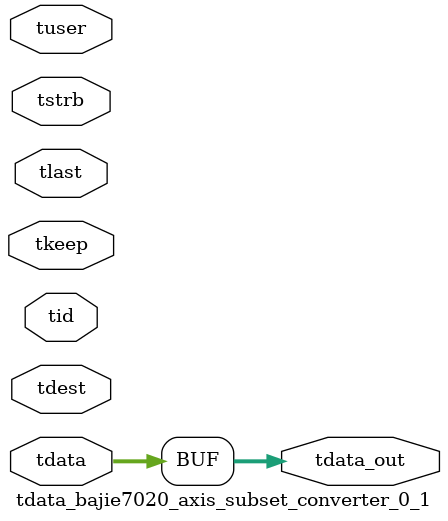
<source format=v>


`timescale 1ps/1ps

module tdata_bajie7020_axis_subset_converter_0_1 #
(
parameter C_S_AXIS_TDATA_WIDTH = 32,
parameter C_S_AXIS_TUSER_WIDTH = 0,
parameter C_S_AXIS_TID_WIDTH   = 0,
parameter C_S_AXIS_TDEST_WIDTH = 0,
parameter C_M_AXIS_TDATA_WIDTH = 32
)
(
input  [(C_S_AXIS_TDATA_WIDTH == 0 ? 1 : C_S_AXIS_TDATA_WIDTH)-1:0     ] tdata,
input  [(C_S_AXIS_TUSER_WIDTH == 0 ? 1 : C_S_AXIS_TUSER_WIDTH)-1:0     ] tuser,
input  [(C_S_AXIS_TID_WIDTH   == 0 ? 1 : C_S_AXIS_TID_WIDTH)-1:0       ] tid,
input  [(C_S_AXIS_TDEST_WIDTH == 0 ? 1 : C_S_AXIS_TDEST_WIDTH)-1:0     ] tdest,
input  [(C_S_AXIS_TDATA_WIDTH/8)-1:0 ] tkeep,
input  [(C_S_AXIS_TDATA_WIDTH/8)-1:0 ] tstrb,
input                                                                    tlast,
output [C_M_AXIS_TDATA_WIDTH-1:0] tdata_out
);

assign tdata_out = {tdata[63:0]};

endmodule


</source>
